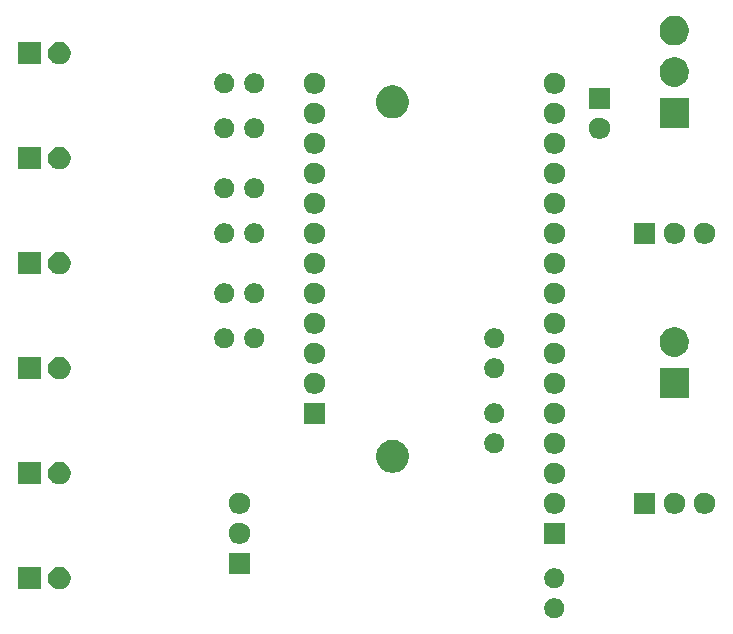
<source format=gbr>
G04 #@! TF.GenerationSoftware,KiCad,Pcbnew,5.1.5-52549c5~84~ubuntu18.04.1*
G04 #@! TF.CreationDate,2020-03-01T13:56:00-05:00*
G04 #@! TF.ProjectId,knuth-gateway,6b6e7574-682d-4676-9174-657761792e6b,rev?*
G04 #@! TF.SameCoordinates,Original*
G04 #@! TF.FileFunction,Soldermask,Top*
G04 #@! TF.FilePolarity,Negative*
%FSLAX46Y46*%
G04 Gerber Fmt 4.6, Leading zero omitted, Abs format (unit mm)*
G04 Created by KiCad (PCBNEW 5.1.5-52549c5~84~ubuntu18.04.1) date 2020-03-01 13:56:00*
%MOMM*%
%LPD*%
G04 APERTURE LIST*
%ADD10C,0.100000*%
G04 APERTURE END LIST*
D10*
G36*
X49778228Y-56331703D02*
G01*
X49933100Y-56395853D01*
X50072481Y-56488985D01*
X50191015Y-56607519D01*
X50284147Y-56746900D01*
X50348297Y-56901772D01*
X50381000Y-57066184D01*
X50381000Y-57233816D01*
X50348297Y-57398228D01*
X50284147Y-57553100D01*
X50191015Y-57692481D01*
X50072481Y-57811015D01*
X49933100Y-57904147D01*
X49778228Y-57968297D01*
X49613816Y-58001000D01*
X49446184Y-58001000D01*
X49281772Y-57968297D01*
X49126900Y-57904147D01*
X48987519Y-57811015D01*
X48868985Y-57692481D01*
X48775853Y-57553100D01*
X48711703Y-57398228D01*
X48679000Y-57233816D01*
X48679000Y-57066184D01*
X48711703Y-56901772D01*
X48775853Y-56746900D01*
X48868985Y-56607519D01*
X48987519Y-56488985D01*
X49126900Y-56395853D01*
X49281772Y-56331703D01*
X49446184Y-56299000D01*
X49613816Y-56299000D01*
X49778228Y-56331703D01*
G37*
G36*
X7897395Y-53695546D02*
G01*
X8070466Y-53767234D01*
X8070467Y-53767235D01*
X8226227Y-53871310D01*
X8358690Y-54003773D01*
X8401284Y-54067520D01*
X8462766Y-54159534D01*
X8534454Y-54332605D01*
X8571000Y-54516333D01*
X8571000Y-54703667D01*
X8534454Y-54887395D01*
X8462766Y-55060466D01*
X8462765Y-55060467D01*
X8358690Y-55216227D01*
X8226227Y-55348690D01*
X8203092Y-55364148D01*
X8070466Y-55452766D01*
X7897395Y-55524454D01*
X7713667Y-55561000D01*
X7526333Y-55561000D01*
X7342605Y-55524454D01*
X7169534Y-55452766D01*
X7036908Y-55364148D01*
X7013773Y-55348690D01*
X6881310Y-55216227D01*
X6777235Y-55060467D01*
X6777234Y-55060466D01*
X6705546Y-54887395D01*
X6669000Y-54703667D01*
X6669000Y-54516333D01*
X6705546Y-54332605D01*
X6777234Y-54159534D01*
X6838716Y-54067520D01*
X6881310Y-54003773D01*
X7013773Y-53871310D01*
X7169533Y-53767235D01*
X7169534Y-53767234D01*
X7342605Y-53695546D01*
X7526333Y-53659000D01*
X7713667Y-53659000D01*
X7897395Y-53695546D01*
G37*
G36*
X6031000Y-55561000D02*
G01*
X4129000Y-55561000D01*
X4129000Y-53659000D01*
X6031000Y-53659000D01*
X6031000Y-55561000D01*
G37*
G36*
X49778228Y-53791703D02*
G01*
X49933100Y-53855853D01*
X50072481Y-53948985D01*
X50191015Y-54067519D01*
X50284147Y-54206900D01*
X50348297Y-54361772D01*
X50381000Y-54526184D01*
X50381000Y-54693816D01*
X50348297Y-54858228D01*
X50284147Y-55013100D01*
X50191015Y-55152481D01*
X50072481Y-55271015D01*
X49933100Y-55364147D01*
X49778228Y-55428297D01*
X49613816Y-55461000D01*
X49446184Y-55461000D01*
X49281772Y-55428297D01*
X49126900Y-55364147D01*
X48987519Y-55271015D01*
X48868985Y-55152481D01*
X48775853Y-55013100D01*
X48711703Y-54858228D01*
X48679000Y-54693816D01*
X48679000Y-54526184D01*
X48711703Y-54361772D01*
X48775853Y-54206900D01*
X48868985Y-54067519D01*
X48987519Y-53948985D01*
X49126900Y-53855853D01*
X49281772Y-53791703D01*
X49446184Y-53759000D01*
X49613816Y-53759000D01*
X49778228Y-53791703D01*
G37*
G36*
X23761000Y-54241000D02*
G01*
X21959000Y-54241000D01*
X21959000Y-52439000D01*
X23761000Y-52439000D01*
X23761000Y-54241000D01*
G37*
G36*
X50431000Y-51701000D02*
G01*
X48629000Y-51701000D01*
X48629000Y-49899000D01*
X50431000Y-49899000D01*
X50431000Y-51701000D01*
G37*
G36*
X22973512Y-49903927D02*
G01*
X23122812Y-49933624D01*
X23286784Y-50001544D01*
X23434354Y-50100147D01*
X23559853Y-50225646D01*
X23658456Y-50373216D01*
X23726376Y-50537188D01*
X23761000Y-50711259D01*
X23761000Y-50888741D01*
X23726376Y-51062812D01*
X23658456Y-51226784D01*
X23559853Y-51374354D01*
X23434354Y-51499853D01*
X23286784Y-51598456D01*
X23122812Y-51666376D01*
X22973512Y-51696073D01*
X22948742Y-51701000D01*
X22771258Y-51701000D01*
X22746488Y-51696073D01*
X22597188Y-51666376D01*
X22433216Y-51598456D01*
X22285646Y-51499853D01*
X22160147Y-51374354D01*
X22061544Y-51226784D01*
X21993624Y-51062812D01*
X21959000Y-50888741D01*
X21959000Y-50711259D01*
X21993624Y-50537188D01*
X22061544Y-50373216D01*
X22160147Y-50225646D01*
X22285646Y-50100147D01*
X22433216Y-50001544D01*
X22597188Y-49933624D01*
X22746488Y-49903927D01*
X22771258Y-49899000D01*
X22948742Y-49899000D01*
X22973512Y-49903927D01*
G37*
G36*
X59803512Y-47363927D02*
G01*
X59952812Y-47393624D01*
X60116784Y-47461544D01*
X60264354Y-47560147D01*
X60389853Y-47685646D01*
X60488456Y-47833216D01*
X60556376Y-47997188D01*
X60591000Y-48171259D01*
X60591000Y-48348741D01*
X60556376Y-48522812D01*
X60488456Y-48686784D01*
X60389853Y-48834354D01*
X60264354Y-48959853D01*
X60116784Y-49058456D01*
X59952812Y-49126376D01*
X59803512Y-49156073D01*
X59778742Y-49161000D01*
X59601258Y-49161000D01*
X59576488Y-49156073D01*
X59427188Y-49126376D01*
X59263216Y-49058456D01*
X59115646Y-48959853D01*
X58990147Y-48834354D01*
X58891544Y-48686784D01*
X58823624Y-48522812D01*
X58789000Y-48348741D01*
X58789000Y-48171259D01*
X58823624Y-47997188D01*
X58891544Y-47833216D01*
X58990147Y-47685646D01*
X59115646Y-47560147D01*
X59263216Y-47461544D01*
X59427188Y-47393624D01*
X59576488Y-47363927D01*
X59601258Y-47359000D01*
X59778742Y-47359000D01*
X59803512Y-47363927D01*
G37*
G36*
X62343512Y-47363927D02*
G01*
X62492812Y-47393624D01*
X62656784Y-47461544D01*
X62804354Y-47560147D01*
X62929853Y-47685646D01*
X63028456Y-47833216D01*
X63096376Y-47997188D01*
X63131000Y-48171259D01*
X63131000Y-48348741D01*
X63096376Y-48522812D01*
X63028456Y-48686784D01*
X62929853Y-48834354D01*
X62804354Y-48959853D01*
X62656784Y-49058456D01*
X62492812Y-49126376D01*
X62343512Y-49156073D01*
X62318742Y-49161000D01*
X62141258Y-49161000D01*
X62116488Y-49156073D01*
X61967188Y-49126376D01*
X61803216Y-49058456D01*
X61655646Y-48959853D01*
X61530147Y-48834354D01*
X61431544Y-48686784D01*
X61363624Y-48522812D01*
X61329000Y-48348741D01*
X61329000Y-48171259D01*
X61363624Y-47997188D01*
X61431544Y-47833216D01*
X61530147Y-47685646D01*
X61655646Y-47560147D01*
X61803216Y-47461544D01*
X61967188Y-47393624D01*
X62116488Y-47363927D01*
X62141258Y-47359000D01*
X62318742Y-47359000D01*
X62343512Y-47363927D01*
G37*
G36*
X49643512Y-47363927D02*
G01*
X49792812Y-47393624D01*
X49956784Y-47461544D01*
X50104354Y-47560147D01*
X50229853Y-47685646D01*
X50328456Y-47833216D01*
X50396376Y-47997188D01*
X50431000Y-48171259D01*
X50431000Y-48348741D01*
X50396376Y-48522812D01*
X50328456Y-48686784D01*
X50229853Y-48834354D01*
X50104354Y-48959853D01*
X49956784Y-49058456D01*
X49792812Y-49126376D01*
X49643512Y-49156073D01*
X49618742Y-49161000D01*
X49441258Y-49161000D01*
X49416488Y-49156073D01*
X49267188Y-49126376D01*
X49103216Y-49058456D01*
X48955646Y-48959853D01*
X48830147Y-48834354D01*
X48731544Y-48686784D01*
X48663624Y-48522812D01*
X48629000Y-48348741D01*
X48629000Y-48171259D01*
X48663624Y-47997188D01*
X48731544Y-47833216D01*
X48830147Y-47685646D01*
X48955646Y-47560147D01*
X49103216Y-47461544D01*
X49267188Y-47393624D01*
X49416488Y-47363927D01*
X49441258Y-47359000D01*
X49618742Y-47359000D01*
X49643512Y-47363927D01*
G37*
G36*
X22973512Y-47363927D02*
G01*
X23122812Y-47393624D01*
X23286784Y-47461544D01*
X23434354Y-47560147D01*
X23559853Y-47685646D01*
X23658456Y-47833216D01*
X23726376Y-47997188D01*
X23761000Y-48171259D01*
X23761000Y-48348741D01*
X23726376Y-48522812D01*
X23658456Y-48686784D01*
X23559853Y-48834354D01*
X23434354Y-48959853D01*
X23286784Y-49058456D01*
X23122812Y-49126376D01*
X22973512Y-49156073D01*
X22948742Y-49161000D01*
X22771258Y-49161000D01*
X22746488Y-49156073D01*
X22597188Y-49126376D01*
X22433216Y-49058456D01*
X22285646Y-48959853D01*
X22160147Y-48834354D01*
X22061544Y-48686784D01*
X21993624Y-48522812D01*
X21959000Y-48348741D01*
X21959000Y-48171259D01*
X21993624Y-47997188D01*
X22061544Y-47833216D01*
X22160147Y-47685646D01*
X22285646Y-47560147D01*
X22433216Y-47461544D01*
X22597188Y-47393624D01*
X22746488Y-47363927D01*
X22771258Y-47359000D01*
X22948742Y-47359000D01*
X22973512Y-47363927D01*
G37*
G36*
X58051000Y-49161000D02*
G01*
X56249000Y-49161000D01*
X56249000Y-47359000D01*
X58051000Y-47359000D01*
X58051000Y-49161000D01*
G37*
G36*
X6031000Y-46671000D02*
G01*
X4129000Y-46671000D01*
X4129000Y-44769000D01*
X6031000Y-44769000D01*
X6031000Y-46671000D01*
G37*
G36*
X7897395Y-44805546D02*
G01*
X8070466Y-44877234D01*
X8070467Y-44877235D01*
X8226227Y-44981310D01*
X8358690Y-45113773D01*
X8358691Y-45113775D01*
X8462766Y-45269534D01*
X8534454Y-45442605D01*
X8571000Y-45626333D01*
X8571000Y-45813667D01*
X8534454Y-45997395D01*
X8462766Y-46170466D01*
X8462765Y-46170467D01*
X8358690Y-46326227D01*
X8226227Y-46458690D01*
X8147818Y-46511081D01*
X8070466Y-46562766D01*
X7897395Y-46634454D01*
X7713667Y-46671000D01*
X7526333Y-46671000D01*
X7342605Y-46634454D01*
X7169534Y-46562766D01*
X7092182Y-46511081D01*
X7013773Y-46458690D01*
X6881310Y-46326227D01*
X6777235Y-46170467D01*
X6777234Y-46170466D01*
X6705546Y-45997395D01*
X6669000Y-45813667D01*
X6669000Y-45626333D01*
X6705546Y-45442605D01*
X6777234Y-45269534D01*
X6881309Y-45113775D01*
X6881310Y-45113773D01*
X7013773Y-44981310D01*
X7169533Y-44877235D01*
X7169534Y-44877234D01*
X7342605Y-44805546D01*
X7526333Y-44769000D01*
X7713667Y-44769000D01*
X7897395Y-44805546D01*
G37*
G36*
X49643512Y-44823927D02*
G01*
X49792812Y-44853624D01*
X49956784Y-44921544D01*
X50104354Y-45020147D01*
X50229853Y-45145646D01*
X50328456Y-45293216D01*
X50396376Y-45457188D01*
X50431000Y-45631259D01*
X50431000Y-45808741D01*
X50396376Y-45982812D01*
X50328456Y-46146784D01*
X50229853Y-46294354D01*
X50104354Y-46419853D01*
X49956784Y-46518456D01*
X49792812Y-46586376D01*
X49643512Y-46616073D01*
X49618742Y-46621000D01*
X49441258Y-46621000D01*
X49416488Y-46616073D01*
X49267188Y-46586376D01*
X49103216Y-46518456D01*
X48955646Y-46419853D01*
X48830147Y-46294354D01*
X48731544Y-46146784D01*
X48663624Y-45982812D01*
X48629000Y-45808741D01*
X48629000Y-45631259D01*
X48663624Y-45457188D01*
X48731544Y-45293216D01*
X48830147Y-45145646D01*
X48955646Y-45020147D01*
X49103216Y-44921544D01*
X49267188Y-44853624D01*
X49416488Y-44823927D01*
X49441258Y-44819000D01*
X49618742Y-44819000D01*
X49643512Y-44823927D01*
G37*
G36*
X36148433Y-42914893D02*
G01*
X36238657Y-42932839D01*
X36344267Y-42976585D01*
X36493621Y-43038449D01*
X36493622Y-43038450D01*
X36723086Y-43191772D01*
X36918228Y-43386914D01*
X37020675Y-43540237D01*
X37071551Y-43616379D01*
X37115499Y-43722480D01*
X37177161Y-43871343D01*
X37231000Y-44142014D01*
X37231000Y-44417986D01*
X37177161Y-44688657D01*
X37133415Y-44794267D01*
X37071551Y-44943621D01*
X37071550Y-44943622D01*
X36918228Y-45173086D01*
X36723086Y-45368228D01*
X36611772Y-45442605D01*
X36493621Y-45521551D01*
X36344267Y-45583415D01*
X36238657Y-45627161D01*
X36148433Y-45645107D01*
X35967988Y-45681000D01*
X35692012Y-45681000D01*
X35511567Y-45645107D01*
X35421343Y-45627161D01*
X35315733Y-45583415D01*
X35166379Y-45521551D01*
X35048228Y-45442605D01*
X34936914Y-45368228D01*
X34741772Y-45173086D01*
X34588450Y-44943622D01*
X34588449Y-44943621D01*
X34526585Y-44794267D01*
X34482839Y-44688657D01*
X34429000Y-44417986D01*
X34429000Y-44142014D01*
X34482839Y-43871343D01*
X34544501Y-43722480D01*
X34588449Y-43616379D01*
X34639325Y-43540237D01*
X34741772Y-43386914D01*
X34936914Y-43191772D01*
X35166378Y-43038450D01*
X35166379Y-43038449D01*
X35315733Y-42976585D01*
X35421343Y-42932839D01*
X35511567Y-42914893D01*
X35692012Y-42879000D01*
X35967988Y-42879000D01*
X36148433Y-42914893D01*
G37*
G36*
X49643512Y-42283927D02*
G01*
X49792812Y-42313624D01*
X49956784Y-42381544D01*
X50104354Y-42480147D01*
X50229853Y-42605646D01*
X50328456Y-42753216D01*
X50396376Y-42917188D01*
X50431000Y-43091259D01*
X50431000Y-43268741D01*
X50396376Y-43442812D01*
X50328456Y-43606784D01*
X50229853Y-43754354D01*
X50104354Y-43879853D01*
X49956784Y-43978456D01*
X49792812Y-44046376D01*
X49643512Y-44076073D01*
X49618742Y-44081000D01*
X49441258Y-44081000D01*
X49416488Y-44076073D01*
X49267188Y-44046376D01*
X49103216Y-43978456D01*
X48955646Y-43879853D01*
X48830147Y-43754354D01*
X48731544Y-43606784D01*
X48663624Y-43442812D01*
X48629000Y-43268741D01*
X48629000Y-43091259D01*
X48663624Y-42917188D01*
X48731544Y-42753216D01*
X48830147Y-42605646D01*
X48955646Y-42480147D01*
X49103216Y-42381544D01*
X49267188Y-42313624D01*
X49416488Y-42283927D01*
X49441258Y-42279000D01*
X49618742Y-42279000D01*
X49643512Y-42283927D01*
G37*
G36*
X44698228Y-42361703D02*
G01*
X44853100Y-42425853D01*
X44992481Y-42518985D01*
X45111015Y-42637519D01*
X45204147Y-42776900D01*
X45268297Y-42931772D01*
X45301000Y-43096184D01*
X45301000Y-43263816D01*
X45268297Y-43428228D01*
X45204147Y-43583100D01*
X45111015Y-43722481D01*
X44992481Y-43841015D01*
X44853100Y-43934147D01*
X44698228Y-43998297D01*
X44533816Y-44031000D01*
X44366184Y-44031000D01*
X44201772Y-43998297D01*
X44046900Y-43934147D01*
X43907519Y-43841015D01*
X43788985Y-43722481D01*
X43695853Y-43583100D01*
X43631703Y-43428228D01*
X43599000Y-43263816D01*
X43599000Y-43096184D01*
X43631703Y-42931772D01*
X43695853Y-42776900D01*
X43788985Y-42637519D01*
X43907519Y-42518985D01*
X44046900Y-42425853D01*
X44201772Y-42361703D01*
X44366184Y-42329000D01*
X44533816Y-42329000D01*
X44698228Y-42361703D01*
G37*
G36*
X49643512Y-39743927D02*
G01*
X49792812Y-39773624D01*
X49956784Y-39841544D01*
X50104354Y-39940147D01*
X50229853Y-40065646D01*
X50328456Y-40213216D01*
X50396376Y-40377188D01*
X50431000Y-40551259D01*
X50431000Y-40728741D01*
X50396376Y-40902812D01*
X50328456Y-41066784D01*
X50229853Y-41214354D01*
X50104354Y-41339853D01*
X49956784Y-41438456D01*
X49792812Y-41506376D01*
X49643512Y-41536073D01*
X49618742Y-41541000D01*
X49441258Y-41541000D01*
X49416488Y-41536073D01*
X49267188Y-41506376D01*
X49103216Y-41438456D01*
X48955646Y-41339853D01*
X48830147Y-41214354D01*
X48731544Y-41066784D01*
X48663624Y-40902812D01*
X48629000Y-40728741D01*
X48629000Y-40551259D01*
X48663624Y-40377188D01*
X48731544Y-40213216D01*
X48830147Y-40065646D01*
X48955646Y-39940147D01*
X49103216Y-39841544D01*
X49267188Y-39773624D01*
X49416488Y-39743927D01*
X49441258Y-39739000D01*
X49618742Y-39739000D01*
X49643512Y-39743927D01*
G37*
G36*
X30111000Y-41541000D02*
G01*
X28309000Y-41541000D01*
X28309000Y-39739000D01*
X30111000Y-39739000D01*
X30111000Y-41541000D01*
G37*
G36*
X44698228Y-39821703D02*
G01*
X44853100Y-39885853D01*
X44992481Y-39978985D01*
X45111015Y-40097519D01*
X45204147Y-40236900D01*
X45268297Y-40391772D01*
X45301000Y-40556184D01*
X45301000Y-40723816D01*
X45268297Y-40888228D01*
X45204147Y-41043100D01*
X45111015Y-41182481D01*
X44992481Y-41301015D01*
X44853100Y-41394147D01*
X44698228Y-41458297D01*
X44533816Y-41491000D01*
X44366184Y-41491000D01*
X44201772Y-41458297D01*
X44046900Y-41394147D01*
X43907519Y-41301015D01*
X43788985Y-41182481D01*
X43695853Y-41043100D01*
X43631703Y-40888228D01*
X43599000Y-40723816D01*
X43599000Y-40556184D01*
X43631703Y-40391772D01*
X43695853Y-40236900D01*
X43788985Y-40097519D01*
X43907519Y-39978985D01*
X44046900Y-39885853D01*
X44201772Y-39821703D01*
X44366184Y-39789000D01*
X44533816Y-39789000D01*
X44698228Y-39821703D01*
G37*
G36*
X60941000Y-39351000D02*
G01*
X58439000Y-39351000D01*
X58439000Y-36849000D01*
X60941000Y-36849000D01*
X60941000Y-39351000D01*
G37*
G36*
X49643512Y-37203927D02*
G01*
X49792812Y-37233624D01*
X49956784Y-37301544D01*
X50104354Y-37400147D01*
X50229853Y-37525646D01*
X50328456Y-37673216D01*
X50396376Y-37837188D01*
X50431000Y-38011259D01*
X50431000Y-38188741D01*
X50396376Y-38362812D01*
X50328456Y-38526784D01*
X50229853Y-38674354D01*
X50104354Y-38799853D01*
X49956784Y-38898456D01*
X49792812Y-38966376D01*
X49643512Y-38996073D01*
X49618742Y-39001000D01*
X49441258Y-39001000D01*
X49416488Y-38996073D01*
X49267188Y-38966376D01*
X49103216Y-38898456D01*
X48955646Y-38799853D01*
X48830147Y-38674354D01*
X48731544Y-38526784D01*
X48663624Y-38362812D01*
X48629000Y-38188741D01*
X48629000Y-38011259D01*
X48663624Y-37837188D01*
X48731544Y-37673216D01*
X48830147Y-37525646D01*
X48955646Y-37400147D01*
X49103216Y-37301544D01*
X49267188Y-37233624D01*
X49416488Y-37203927D01*
X49441258Y-37199000D01*
X49618742Y-37199000D01*
X49643512Y-37203927D01*
G37*
G36*
X29323512Y-37203927D02*
G01*
X29472812Y-37233624D01*
X29636784Y-37301544D01*
X29784354Y-37400147D01*
X29909853Y-37525646D01*
X30008456Y-37673216D01*
X30076376Y-37837188D01*
X30111000Y-38011259D01*
X30111000Y-38188741D01*
X30076376Y-38362812D01*
X30008456Y-38526784D01*
X29909853Y-38674354D01*
X29784354Y-38799853D01*
X29636784Y-38898456D01*
X29472812Y-38966376D01*
X29323512Y-38996073D01*
X29298742Y-39001000D01*
X29121258Y-39001000D01*
X29096488Y-38996073D01*
X28947188Y-38966376D01*
X28783216Y-38898456D01*
X28635646Y-38799853D01*
X28510147Y-38674354D01*
X28411544Y-38526784D01*
X28343624Y-38362812D01*
X28309000Y-38188741D01*
X28309000Y-38011259D01*
X28343624Y-37837188D01*
X28411544Y-37673216D01*
X28510147Y-37525646D01*
X28635646Y-37400147D01*
X28783216Y-37301544D01*
X28947188Y-37233624D01*
X29096488Y-37203927D01*
X29121258Y-37199000D01*
X29298742Y-37199000D01*
X29323512Y-37203927D01*
G37*
G36*
X7897395Y-35915546D02*
G01*
X8070466Y-35987234D01*
X8070467Y-35987235D01*
X8226227Y-36091310D01*
X8358690Y-36223773D01*
X8401284Y-36287520D01*
X8462766Y-36379534D01*
X8534454Y-36552605D01*
X8571000Y-36736333D01*
X8571000Y-36923667D01*
X8534454Y-37107395D01*
X8462766Y-37280466D01*
X8462765Y-37280467D01*
X8358690Y-37436227D01*
X8226227Y-37568690D01*
X8203092Y-37584148D01*
X8070466Y-37672766D01*
X7897395Y-37744454D01*
X7713667Y-37781000D01*
X7526333Y-37781000D01*
X7342605Y-37744454D01*
X7169534Y-37672766D01*
X7036908Y-37584148D01*
X7013773Y-37568690D01*
X6881310Y-37436227D01*
X6777235Y-37280467D01*
X6777234Y-37280466D01*
X6705546Y-37107395D01*
X6669000Y-36923667D01*
X6669000Y-36736333D01*
X6705546Y-36552605D01*
X6777234Y-36379534D01*
X6838716Y-36287520D01*
X6881310Y-36223773D01*
X7013773Y-36091310D01*
X7169533Y-35987235D01*
X7169534Y-35987234D01*
X7342605Y-35915546D01*
X7526333Y-35879000D01*
X7713667Y-35879000D01*
X7897395Y-35915546D01*
G37*
G36*
X6031000Y-37781000D02*
G01*
X4129000Y-37781000D01*
X4129000Y-35879000D01*
X6031000Y-35879000D01*
X6031000Y-37781000D01*
G37*
G36*
X44698228Y-36011703D02*
G01*
X44853100Y-36075853D01*
X44992481Y-36168985D01*
X45111015Y-36287519D01*
X45204147Y-36426900D01*
X45268297Y-36581772D01*
X45301000Y-36746184D01*
X45301000Y-36913816D01*
X45268297Y-37078228D01*
X45204147Y-37233100D01*
X45111015Y-37372481D01*
X44992481Y-37491015D01*
X44853100Y-37584147D01*
X44698228Y-37648297D01*
X44533816Y-37681000D01*
X44366184Y-37681000D01*
X44201772Y-37648297D01*
X44046900Y-37584147D01*
X43907519Y-37491015D01*
X43788985Y-37372481D01*
X43695853Y-37233100D01*
X43631703Y-37078228D01*
X43599000Y-36913816D01*
X43599000Y-36746184D01*
X43631703Y-36581772D01*
X43695853Y-36426900D01*
X43788985Y-36287519D01*
X43907519Y-36168985D01*
X44046900Y-36075853D01*
X44201772Y-36011703D01*
X44366184Y-35979000D01*
X44533816Y-35979000D01*
X44698228Y-36011703D01*
G37*
G36*
X29323512Y-34663927D02*
G01*
X29472812Y-34693624D01*
X29636784Y-34761544D01*
X29784354Y-34860147D01*
X29909853Y-34985646D01*
X30008456Y-35133216D01*
X30076376Y-35297188D01*
X30111000Y-35471259D01*
X30111000Y-35648741D01*
X30076376Y-35822812D01*
X30008456Y-35986784D01*
X29909853Y-36134354D01*
X29784354Y-36259853D01*
X29636784Y-36358456D01*
X29472812Y-36426376D01*
X29323512Y-36456073D01*
X29298742Y-36461000D01*
X29121258Y-36461000D01*
X29096488Y-36456073D01*
X28947188Y-36426376D01*
X28783216Y-36358456D01*
X28635646Y-36259853D01*
X28510147Y-36134354D01*
X28411544Y-35986784D01*
X28343624Y-35822812D01*
X28309000Y-35648741D01*
X28309000Y-35471259D01*
X28343624Y-35297188D01*
X28411544Y-35133216D01*
X28510147Y-34985646D01*
X28635646Y-34860147D01*
X28783216Y-34761544D01*
X28947188Y-34693624D01*
X29096488Y-34663927D01*
X29121258Y-34659000D01*
X29298742Y-34659000D01*
X29323512Y-34663927D01*
G37*
G36*
X49643512Y-34663927D02*
G01*
X49792812Y-34693624D01*
X49956784Y-34761544D01*
X50104354Y-34860147D01*
X50229853Y-34985646D01*
X50328456Y-35133216D01*
X50396376Y-35297188D01*
X50431000Y-35471259D01*
X50431000Y-35648741D01*
X50396376Y-35822812D01*
X50328456Y-35986784D01*
X50229853Y-36134354D01*
X50104354Y-36259853D01*
X49956784Y-36358456D01*
X49792812Y-36426376D01*
X49643512Y-36456073D01*
X49618742Y-36461000D01*
X49441258Y-36461000D01*
X49416488Y-36456073D01*
X49267188Y-36426376D01*
X49103216Y-36358456D01*
X48955646Y-36259853D01*
X48830147Y-36134354D01*
X48731544Y-35986784D01*
X48663624Y-35822812D01*
X48629000Y-35648741D01*
X48629000Y-35471259D01*
X48663624Y-35297188D01*
X48731544Y-35133216D01*
X48830147Y-34985646D01*
X48955646Y-34860147D01*
X49103216Y-34761544D01*
X49267188Y-34693624D01*
X49416488Y-34663927D01*
X49441258Y-34659000D01*
X49618742Y-34659000D01*
X49643512Y-34663927D01*
G37*
G36*
X60054903Y-33397075D02*
G01*
X60235072Y-33471703D01*
X60282571Y-33491378D01*
X60487466Y-33628285D01*
X60661715Y-33802534D01*
X60798622Y-34007429D01*
X60798623Y-34007431D01*
X60892925Y-34235097D01*
X60941000Y-34476786D01*
X60941000Y-34723214D01*
X60892925Y-34964903D01*
X60819984Y-35141000D01*
X60798622Y-35192571D01*
X60661715Y-35397466D01*
X60487466Y-35571715D01*
X60282571Y-35708622D01*
X60282570Y-35708623D01*
X60282569Y-35708623D01*
X60054903Y-35802925D01*
X59813214Y-35851000D01*
X59566786Y-35851000D01*
X59325097Y-35802925D01*
X59097431Y-35708623D01*
X59097430Y-35708623D01*
X59097429Y-35708622D01*
X58892534Y-35571715D01*
X58718285Y-35397466D01*
X58581378Y-35192571D01*
X58560017Y-35141000D01*
X58487075Y-34964903D01*
X58439000Y-34723214D01*
X58439000Y-34476786D01*
X58487075Y-34235097D01*
X58581377Y-34007431D01*
X58581378Y-34007429D01*
X58718285Y-33802534D01*
X58892534Y-33628285D01*
X59097429Y-33491378D01*
X59144929Y-33471703D01*
X59325097Y-33397075D01*
X59566786Y-33349000D01*
X59813214Y-33349000D01*
X60054903Y-33397075D01*
G37*
G36*
X44698228Y-33471703D02*
G01*
X44853100Y-33535853D01*
X44992481Y-33628985D01*
X45111015Y-33747519D01*
X45204147Y-33886900D01*
X45268297Y-34041772D01*
X45301000Y-34206184D01*
X45301000Y-34373816D01*
X45268297Y-34538228D01*
X45204147Y-34693100D01*
X45111015Y-34832481D01*
X44992481Y-34951015D01*
X44853100Y-35044147D01*
X44698228Y-35108297D01*
X44533816Y-35141000D01*
X44366184Y-35141000D01*
X44201772Y-35108297D01*
X44046900Y-35044147D01*
X43907519Y-34951015D01*
X43788985Y-34832481D01*
X43695853Y-34693100D01*
X43631703Y-34538228D01*
X43599000Y-34373816D01*
X43599000Y-34206184D01*
X43631703Y-34041772D01*
X43695853Y-33886900D01*
X43788985Y-33747519D01*
X43907519Y-33628985D01*
X44046900Y-33535853D01*
X44201772Y-33471703D01*
X44366184Y-33439000D01*
X44533816Y-33439000D01*
X44698228Y-33471703D01*
G37*
G36*
X21838228Y-33471703D02*
G01*
X21993100Y-33535853D01*
X22132481Y-33628985D01*
X22251015Y-33747519D01*
X22344147Y-33886900D01*
X22408297Y-34041772D01*
X22441000Y-34206184D01*
X22441000Y-34373816D01*
X22408297Y-34538228D01*
X22344147Y-34693100D01*
X22251015Y-34832481D01*
X22132481Y-34951015D01*
X21993100Y-35044147D01*
X21838228Y-35108297D01*
X21673816Y-35141000D01*
X21506184Y-35141000D01*
X21341772Y-35108297D01*
X21186900Y-35044147D01*
X21047519Y-34951015D01*
X20928985Y-34832481D01*
X20835853Y-34693100D01*
X20771703Y-34538228D01*
X20739000Y-34373816D01*
X20739000Y-34206184D01*
X20771703Y-34041772D01*
X20835853Y-33886900D01*
X20928985Y-33747519D01*
X21047519Y-33628985D01*
X21186900Y-33535853D01*
X21341772Y-33471703D01*
X21506184Y-33439000D01*
X21673816Y-33439000D01*
X21838228Y-33471703D01*
G37*
G36*
X24378228Y-33471703D02*
G01*
X24533100Y-33535853D01*
X24672481Y-33628985D01*
X24791015Y-33747519D01*
X24884147Y-33886900D01*
X24948297Y-34041772D01*
X24981000Y-34206184D01*
X24981000Y-34373816D01*
X24948297Y-34538228D01*
X24884147Y-34693100D01*
X24791015Y-34832481D01*
X24672481Y-34951015D01*
X24533100Y-35044147D01*
X24378228Y-35108297D01*
X24213816Y-35141000D01*
X24046184Y-35141000D01*
X23881772Y-35108297D01*
X23726900Y-35044147D01*
X23587519Y-34951015D01*
X23468985Y-34832481D01*
X23375853Y-34693100D01*
X23311703Y-34538228D01*
X23279000Y-34373816D01*
X23279000Y-34206184D01*
X23311703Y-34041772D01*
X23375853Y-33886900D01*
X23468985Y-33747519D01*
X23587519Y-33628985D01*
X23726900Y-33535853D01*
X23881772Y-33471703D01*
X24046184Y-33439000D01*
X24213816Y-33439000D01*
X24378228Y-33471703D01*
G37*
G36*
X49643512Y-32123927D02*
G01*
X49792812Y-32153624D01*
X49956784Y-32221544D01*
X50104354Y-32320147D01*
X50229853Y-32445646D01*
X50328456Y-32593216D01*
X50396376Y-32757188D01*
X50431000Y-32931259D01*
X50431000Y-33108741D01*
X50396376Y-33282812D01*
X50328456Y-33446784D01*
X50229853Y-33594354D01*
X50104354Y-33719853D01*
X49956784Y-33818456D01*
X49792812Y-33886376D01*
X49643512Y-33916073D01*
X49618742Y-33921000D01*
X49441258Y-33921000D01*
X49416488Y-33916073D01*
X49267188Y-33886376D01*
X49103216Y-33818456D01*
X48955646Y-33719853D01*
X48830147Y-33594354D01*
X48731544Y-33446784D01*
X48663624Y-33282812D01*
X48629000Y-33108741D01*
X48629000Y-32931259D01*
X48663624Y-32757188D01*
X48731544Y-32593216D01*
X48830147Y-32445646D01*
X48955646Y-32320147D01*
X49103216Y-32221544D01*
X49267188Y-32153624D01*
X49416488Y-32123927D01*
X49441258Y-32119000D01*
X49618742Y-32119000D01*
X49643512Y-32123927D01*
G37*
G36*
X29323512Y-32123927D02*
G01*
X29472812Y-32153624D01*
X29636784Y-32221544D01*
X29784354Y-32320147D01*
X29909853Y-32445646D01*
X30008456Y-32593216D01*
X30076376Y-32757188D01*
X30111000Y-32931259D01*
X30111000Y-33108741D01*
X30076376Y-33282812D01*
X30008456Y-33446784D01*
X29909853Y-33594354D01*
X29784354Y-33719853D01*
X29636784Y-33818456D01*
X29472812Y-33886376D01*
X29323512Y-33916073D01*
X29298742Y-33921000D01*
X29121258Y-33921000D01*
X29096488Y-33916073D01*
X28947188Y-33886376D01*
X28783216Y-33818456D01*
X28635646Y-33719853D01*
X28510147Y-33594354D01*
X28411544Y-33446784D01*
X28343624Y-33282812D01*
X28309000Y-33108741D01*
X28309000Y-32931259D01*
X28343624Y-32757188D01*
X28411544Y-32593216D01*
X28510147Y-32445646D01*
X28635646Y-32320147D01*
X28783216Y-32221544D01*
X28947188Y-32153624D01*
X29096488Y-32123927D01*
X29121258Y-32119000D01*
X29298742Y-32119000D01*
X29323512Y-32123927D01*
G37*
G36*
X49643512Y-29583927D02*
G01*
X49792812Y-29613624D01*
X49956784Y-29681544D01*
X50104354Y-29780147D01*
X50229853Y-29905646D01*
X50328456Y-30053216D01*
X50396376Y-30217188D01*
X50431000Y-30391259D01*
X50431000Y-30568741D01*
X50396376Y-30742812D01*
X50328456Y-30906784D01*
X50229853Y-31054354D01*
X50104354Y-31179853D01*
X49956784Y-31278456D01*
X49792812Y-31346376D01*
X49643512Y-31376073D01*
X49618742Y-31381000D01*
X49441258Y-31381000D01*
X49416488Y-31376073D01*
X49267188Y-31346376D01*
X49103216Y-31278456D01*
X48955646Y-31179853D01*
X48830147Y-31054354D01*
X48731544Y-30906784D01*
X48663624Y-30742812D01*
X48629000Y-30568741D01*
X48629000Y-30391259D01*
X48663624Y-30217188D01*
X48731544Y-30053216D01*
X48830147Y-29905646D01*
X48955646Y-29780147D01*
X49103216Y-29681544D01*
X49267188Y-29613624D01*
X49416488Y-29583927D01*
X49441258Y-29579000D01*
X49618742Y-29579000D01*
X49643512Y-29583927D01*
G37*
G36*
X29323512Y-29583927D02*
G01*
X29472812Y-29613624D01*
X29636784Y-29681544D01*
X29784354Y-29780147D01*
X29909853Y-29905646D01*
X30008456Y-30053216D01*
X30076376Y-30217188D01*
X30111000Y-30391259D01*
X30111000Y-30568741D01*
X30076376Y-30742812D01*
X30008456Y-30906784D01*
X29909853Y-31054354D01*
X29784354Y-31179853D01*
X29636784Y-31278456D01*
X29472812Y-31346376D01*
X29323512Y-31376073D01*
X29298742Y-31381000D01*
X29121258Y-31381000D01*
X29096488Y-31376073D01*
X28947188Y-31346376D01*
X28783216Y-31278456D01*
X28635646Y-31179853D01*
X28510147Y-31054354D01*
X28411544Y-30906784D01*
X28343624Y-30742812D01*
X28309000Y-30568741D01*
X28309000Y-30391259D01*
X28343624Y-30217188D01*
X28411544Y-30053216D01*
X28510147Y-29905646D01*
X28635646Y-29780147D01*
X28783216Y-29681544D01*
X28947188Y-29613624D01*
X29096488Y-29583927D01*
X29121258Y-29579000D01*
X29298742Y-29579000D01*
X29323512Y-29583927D01*
G37*
G36*
X24378228Y-29661703D02*
G01*
X24533100Y-29725853D01*
X24672481Y-29818985D01*
X24791015Y-29937519D01*
X24884147Y-30076900D01*
X24948297Y-30231772D01*
X24981000Y-30396184D01*
X24981000Y-30563816D01*
X24948297Y-30728228D01*
X24884147Y-30883100D01*
X24791015Y-31022481D01*
X24672481Y-31141015D01*
X24533100Y-31234147D01*
X24378228Y-31298297D01*
X24213816Y-31331000D01*
X24046184Y-31331000D01*
X23881772Y-31298297D01*
X23726900Y-31234147D01*
X23587519Y-31141015D01*
X23468985Y-31022481D01*
X23375853Y-30883100D01*
X23311703Y-30728228D01*
X23279000Y-30563816D01*
X23279000Y-30396184D01*
X23311703Y-30231772D01*
X23375853Y-30076900D01*
X23468985Y-29937519D01*
X23587519Y-29818985D01*
X23726900Y-29725853D01*
X23881772Y-29661703D01*
X24046184Y-29629000D01*
X24213816Y-29629000D01*
X24378228Y-29661703D01*
G37*
G36*
X21838228Y-29661703D02*
G01*
X21993100Y-29725853D01*
X22132481Y-29818985D01*
X22251015Y-29937519D01*
X22344147Y-30076900D01*
X22408297Y-30231772D01*
X22441000Y-30396184D01*
X22441000Y-30563816D01*
X22408297Y-30728228D01*
X22344147Y-30883100D01*
X22251015Y-31022481D01*
X22132481Y-31141015D01*
X21993100Y-31234147D01*
X21838228Y-31298297D01*
X21673816Y-31331000D01*
X21506184Y-31331000D01*
X21341772Y-31298297D01*
X21186900Y-31234147D01*
X21047519Y-31141015D01*
X20928985Y-31022481D01*
X20835853Y-30883100D01*
X20771703Y-30728228D01*
X20739000Y-30563816D01*
X20739000Y-30396184D01*
X20771703Y-30231772D01*
X20835853Y-30076900D01*
X20928985Y-29937519D01*
X21047519Y-29818985D01*
X21186900Y-29725853D01*
X21341772Y-29661703D01*
X21506184Y-29629000D01*
X21673816Y-29629000D01*
X21838228Y-29661703D01*
G37*
G36*
X7897395Y-27025546D02*
G01*
X8070466Y-27097234D01*
X8070467Y-27097235D01*
X8226227Y-27201310D01*
X8358690Y-27333773D01*
X8358691Y-27333775D01*
X8462766Y-27489534D01*
X8534454Y-27662605D01*
X8571000Y-27846333D01*
X8571000Y-28033667D01*
X8534454Y-28217395D01*
X8462766Y-28390466D01*
X8462765Y-28390467D01*
X8358690Y-28546227D01*
X8226227Y-28678690D01*
X8147818Y-28731081D01*
X8070466Y-28782766D01*
X7897395Y-28854454D01*
X7713667Y-28891000D01*
X7526333Y-28891000D01*
X7342605Y-28854454D01*
X7169534Y-28782766D01*
X7092182Y-28731081D01*
X7013773Y-28678690D01*
X6881310Y-28546227D01*
X6777235Y-28390467D01*
X6777234Y-28390466D01*
X6705546Y-28217395D01*
X6669000Y-28033667D01*
X6669000Y-27846333D01*
X6705546Y-27662605D01*
X6777234Y-27489534D01*
X6881309Y-27333775D01*
X6881310Y-27333773D01*
X7013773Y-27201310D01*
X7169533Y-27097235D01*
X7169534Y-27097234D01*
X7342605Y-27025546D01*
X7526333Y-26989000D01*
X7713667Y-26989000D01*
X7897395Y-27025546D01*
G37*
G36*
X6031000Y-28891000D02*
G01*
X4129000Y-28891000D01*
X4129000Y-26989000D01*
X6031000Y-26989000D01*
X6031000Y-28891000D01*
G37*
G36*
X29323512Y-27043927D02*
G01*
X29472812Y-27073624D01*
X29636784Y-27141544D01*
X29784354Y-27240147D01*
X29909853Y-27365646D01*
X30008456Y-27513216D01*
X30076376Y-27677188D01*
X30111000Y-27851259D01*
X30111000Y-28028741D01*
X30076376Y-28202812D01*
X30008456Y-28366784D01*
X29909853Y-28514354D01*
X29784354Y-28639853D01*
X29636784Y-28738456D01*
X29472812Y-28806376D01*
X29323512Y-28836073D01*
X29298742Y-28841000D01*
X29121258Y-28841000D01*
X29096488Y-28836073D01*
X28947188Y-28806376D01*
X28783216Y-28738456D01*
X28635646Y-28639853D01*
X28510147Y-28514354D01*
X28411544Y-28366784D01*
X28343624Y-28202812D01*
X28309000Y-28028741D01*
X28309000Y-27851259D01*
X28343624Y-27677188D01*
X28411544Y-27513216D01*
X28510147Y-27365646D01*
X28635646Y-27240147D01*
X28783216Y-27141544D01*
X28947188Y-27073624D01*
X29096488Y-27043927D01*
X29121258Y-27039000D01*
X29298742Y-27039000D01*
X29323512Y-27043927D01*
G37*
G36*
X49643512Y-27043927D02*
G01*
X49792812Y-27073624D01*
X49956784Y-27141544D01*
X50104354Y-27240147D01*
X50229853Y-27365646D01*
X50328456Y-27513216D01*
X50396376Y-27677188D01*
X50431000Y-27851259D01*
X50431000Y-28028741D01*
X50396376Y-28202812D01*
X50328456Y-28366784D01*
X50229853Y-28514354D01*
X50104354Y-28639853D01*
X49956784Y-28738456D01*
X49792812Y-28806376D01*
X49643512Y-28836073D01*
X49618742Y-28841000D01*
X49441258Y-28841000D01*
X49416488Y-28836073D01*
X49267188Y-28806376D01*
X49103216Y-28738456D01*
X48955646Y-28639853D01*
X48830147Y-28514354D01*
X48731544Y-28366784D01*
X48663624Y-28202812D01*
X48629000Y-28028741D01*
X48629000Y-27851259D01*
X48663624Y-27677188D01*
X48731544Y-27513216D01*
X48830147Y-27365646D01*
X48955646Y-27240147D01*
X49103216Y-27141544D01*
X49267188Y-27073624D01*
X49416488Y-27043927D01*
X49441258Y-27039000D01*
X49618742Y-27039000D01*
X49643512Y-27043927D01*
G37*
G36*
X49643512Y-24503927D02*
G01*
X49792812Y-24533624D01*
X49956784Y-24601544D01*
X50104354Y-24700147D01*
X50229853Y-24825646D01*
X50328456Y-24973216D01*
X50396376Y-25137188D01*
X50431000Y-25311259D01*
X50431000Y-25488741D01*
X50396376Y-25662812D01*
X50328456Y-25826784D01*
X50229853Y-25974354D01*
X50104354Y-26099853D01*
X49956784Y-26198456D01*
X49792812Y-26266376D01*
X49643512Y-26296073D01*
X49618742Y-26301000D01*
X49441258Y-26301000D01*
X49416488Y-26296073D01*
X49267188Y-26266376D01*
X49103216Y-26198456D01*
X48955646Y-26099853D01*
X48830147Y-25974354D01*
X48731544Y-25826784D01*
X48663624Y-25662812D01*
X48629000Y-25488741D01*
X48629000Y-25311259D01*
X48663624Y-25137188D01*
X48731544Y-24973216D01*
X48830147Y-24825646D01*
X48955646Y-24700147D01*
X49103216Y-24601544D01*
X49267188Y-24533624D01*
X49416488Y-24503927D01*
X49441258Y-24499000D01*
X49618742Y-24499000D01*
X49643512Y-24503927D01*
G37*
G36*
X58051000Y-26301000D02*
G01*
X56249000Y-26301000D01*
X56249000Y-24499000D01*
X58051000Y-24499000D01*
X58051000Y-26301000D01*
G37*
G36*
X59803512Y-24503927D02*
G01*
X59952812Y-24533624D01*
X60116784Y-24601544D01*
X60264354Y-24700147D01*
X60389853Y-24825646D01*
X60488456Y-24973216D01*
X60556376Y-25137188D01*
X60591000Y-25311259D01*
X60591000Y-25488741D01*
X60556376Y-25662812D01*
X60488456Y-25826784D01*
X60389853Y-25974354D01*
X60264354Y-26099853D01*
X60116784Y-26198456D01*
X59952812Y-26266376D01*
X59803512Y-26296073D01*
X59778742Y-26301000D01*
X59601258Y-26301000D01*
X59576488Y-26296073D01*
X59427188Y-26266376D01*
X59263216Y-26198456D01*
X59115646Y-26099853D01*
X58990147Y-25974354D01*
X58891544Y-25826784D01*
X58823624Y-25662812D01*
X58789000Y-25488741D01*
X58789000Y-25311259D01*
X58823624Y-25137188D01*
X58891544Y-24973216D01*
X58990147Y-24825646D01*
X59115646Y-24700147D01*
X59263216Y-24601544D01*
X59427188Y-24533624D01*
X59576488Y-24503927D01*
X59601258Y-24499000D01*
X59778742Y-24499000D01*
X59803512Y-24503927D01*
G37*
G36*
X29323512Y-24503927D02*
G01*
X29472812Y-24533624D01*
X29636784Y-24601544D01*
X29784354Y-24700147D01*
X29909853Y-24825646D01*
X30008456Y-24973216D01*
X30076376Y-25137188D01*
X30111000Y-25311259D01*
X30111000Y-25488741D01*
X30076376Y-25662812D01*
X30008456Y-25826784D01*
X29909853Y-25974354D01*
X29784354Y-26099853D01*
X29636784Y-26198456D01*
X29472812Y-26266376D01*
X29323512Y-26296073D01*
X29298742Y-26301000D01*
X29121258Y-26301000D01*
X29096488Y-26296073D01*
X28947188Y-26266376D01*
X28783216Y-26198456D01*
X28635646Y-26099853D01*
X28510147Y-25974354D01*
X28411544Y-25826784D01*
X28343624Y-25662812D01*
X28309000Y-25488741D01*
X28309000Y-25311259D01*
X28343624Y-25137188D01*
X28411544Y-24973216D01*
X28510147Y-24825646D01*
X28635646Y-24700147D01*
X28783216Y-24601544D01*
X28947188Y-24533624D01*
X29096488Y-24503927D01*
X29121258Y-24499000D01*
X29298742Y-24499000D01*
X29323512Y-24503927D01*
G37*
G36*
X62343512Y-24503927D02*
G01*
X62492812Y-24533624D01*
X62656784Y-24601544D01*
X62804354Y-24700147D01*
X62929853Y-24825646D01*
X63028456Y-24973216D01*
X63096376Y-25137188D01*
X63131000Y-25311259D01*
X63131000Y-25488741D01*
X63096376Y-25662812D01*
X63028456Y-25826784D01*
X62929853Y-25974354D01*
X62804354Y-26099853D01*
X62656784Y-26198456D01*
X62492812Y-26266376D01*
X62343512Y-26296073D01*
X62318742Y-26301000D01*
X62141258Y-26301000D01*
X62116488Y-26296073D01*
X61967188Y-26266376D01*
X61803216Y-26198456D01*
X61655646Y-26099853D01*
X61530147Y-25974354D01*
X61431544Y-25826784D01*
X61363624Y-25662812D01*
X61329000Y-25488741D01*
X61329000Y-25311259D01*
X61363624Y-25137188D01*
X61431544Y-24973216D01*
X61530147Y-24825646D01*
X61655646Y-24700147D01*
X61803216Y-24601544D01*
X61967188Y-24533624D01*
X62116488Y-24503927D01*
X62141258Y-24499000D01*
X62318742Y-24499000D01*
X62343512Y-24503927D01*
G37*
G36*
X21838228Y-24581703D02*
G01*
X21993100Y-24645853D01*
X22132481Y-24738985D01*
X22251015Y-24857519D01*
X22344147Y-24996900D01*
X22408297Y-25151772D01*
X22441000Y-25316184D01*
X22441000Y-25483816D01*
X22408297Y-25648228D01*
X22344147Y-25803100D01*
X22251015Y-25942481D01*
X22132481Y-26061015D01*
X21993100Y-26154147D01*
X21838228Y-26218297D01*
X21673816Y-26251000D01*
X21506184Y-26251000D01*
X21341772Y-26218297D01*
X21186900Y-26154147D01*
X21047519Y-26061015D01*
X20928985Y-25942481D01*
X20835853Y-25803100D01*
X20771703Y-25648228D01*
X20739000Y-25483816D01*
X20739000Y-25316184D01*
X20771703Y-25151772D01*
X20835853Y-24996900D01*
X20928985Y-24857519D01*
X21047519Y-24738985D01*
X21186900Y-24645853D01*
X21341772Y-24581703D01*
X21506184Y-24549000D01*
X21673816Y-24549000D01*
X21838228Y-24581703D01*
G37*
G36*
X24378228Y-24581703D02*
G01*
X24533100Y-24645853D01*
X24672481Y-24738985D01*
X24791015Y-24857519D01*
X24884147Y-24996900D01*
X24948297Y-25151772D01*
X24981000Y-25316184D01*
X24981000Y-25483816D01*
X24948297Y-25648228D01*
X24884147Y-25803100D01*
X24791015Y-25942481D01*
X24672481Y-26061015D01*
X24533100Y-26154147D01*
X24378228Y-26218297D01*
X24213816Y-26251000D01*
X24046184Y-26251000D01*
X23881772Y-26218297D01*
X23726900Y-26154147D01*
X23587519Y-26061015D01*
X23468985Y-25942481D01*
X23375853Y-25803100D01*
X23311703Y-25648228D01*
X23279000Y-25483816D01*
X23279000Y-25316184D01*
X23311703Y-25151772D01*
X23375853Y-24996900D01*
X23468985Y-24857519D01*
X23587519Y-24738985D01*
X23726900Y-24645853D01*
X23881772Y-24581703D01*
X24046184Y-24549000D01*
X24213816Y-24549000D01*
X24378228Y-24581703D01*
G37*
G36*
X49643512Y-21963927D02*
G01*
X49792812Y-21993624D01*
X49956784Y-22061544D01*
X50104354Y-22160147D01*
X50229853Y-22285646D01*
X50328456Y-22433216D01*
X50396376Y-22597188D01*
X50431000Y-22771259D01*
X50431000Y-22948741D01*
X50396376Y-23122812D01*
X50328456Y-23286784D01*
X50229853Y-23434354D01*
X50104354Y-23559853D01*
X49956784Y-23658456D01*
X49792812Y-23726376D01*
X49643512Y-23756073D01*
X49618742Y-23761000D01*
X49441258Y-23761000D01*
X49416488Y-23756073D01*
X49267188Y-23726376D01*
X49103216Y-23658456D01*
X48955646Y-23559853D01*
X48830147Y-23434354D01*
X48731544Y-23286784D01*
X48663624Y-23122812D01*
X48629000Y-22948741D01*
X48629000Y-22771259D01*
X48663624Y-22597188D01*
X48731544Y-22433216D01*
X48830147Y-22285646D01*
X48955646Y-22160147D01*
X49103216Y-22061544D01*
X49267188Y-21993624D01*
X49416488Y-21963927D01*
X49441258Y-21959000D01*
X49618742Y-21959000D01*
X49643512Y-21963927D01*
G37*
G36*
X29323512Y-21963927D02*
G01*
X29472812Y-21993624D01*
X29636784Y-22061544D01*
X29784354Y-22160147D01*
X29909853Y-22285646D01*
X30008456Y-22433216D01*
X30076376Y-22597188D01*
X30111000Y-22771259D01*
X30111000Y-22948741D01*
X30076376Y-23122812D01*
X30008456Y-23286784D01*
X29909853Y-23434354D01*
X29784354Y-23559853D01*
X29636784Y-23658456D01*
X29472812Y-23726376D01*
X29323512Y-23756073D01*
X29298742Y-23761000D01*
X29121258Y-23761000D01*
X29096488Y-23756073D01*
X28947188Y-23726376D01*
X28783216Y-23658456D01*
X28635646Y-23559853D01*
X28510147Y-23434354D01*
X28411544Y-23286784D01*
X28343624Y-23122812D01*
X28309000Y-22948741D01*
X28309000Y-22771259D01*
X28343624Y-22597188D01*
X28411544Y-22433216D01*
X28510147Y-22285646D01*
X28635646Y-22160147D01*
X28783216Y-22061544D01*
X28947188Y-21993624D01*
X29096488Y-21963927D01*
X29121258Y-21959000D01*
X29298742Y-21959000D01*
X29323512Y-21963927D01*
G37*
G36*
X24378228Y-20771703D02*
G01*
X24533100Y-20835853D01*
X24672481Y-20928985D01*
X24791015Y-21047519D01*
X24884147Y-21186900D01*
X24948297Y-21341772D01*
X24981000Y-21506184D01*
X24981000Y-21673816D01*
X24948297Y-21838228D01*
X24884147Y-21993100D01*
X24791015Y-22132481D01*
X24672481Y-22251015D01*
X24533100Y-22344147D01*
X24378228Y-22408297D01*
X24213816Y-22441000D01*
X24046184Y-22441000D01*
X23881772Y-22408297D01*
X23726900Y-22344147D01*
X23587519Y-22251015D01*
X23468985Y-22132481D01*
X23375853Y-21993100D01*
X23311703Y-21838228D01*
X23279000Y-21673816D01*
X23279000Y-21506184D01*
X23311703Y-21341772D01*
X23375853Y-21186900D01*
X23468985Y-21047519D01*
X23587519Y-20928985D01*
X23726900Y-20835853D01*
X23881772Y-20771703D01*
X24046184Y-20739000D01*
X24213816Y-20739000D01*
X24378228Y-20771703D01*
G37*
G36*
X21838228Y-20771703D02*
G01*
X21993100Y-20835853D01*
X22132481Y-20928985D01*
X22251015Y-21047519D01*
X22344147Y-21186900D01*
X22408297Y-21341772D01*
X22441000Y-21506184D01*
X22441000Y-21673816D01*
X22408297Y-21838228D01*
X22344147Y-21993100D01*
X22251015Y-22132481D01*
X22132481Y-22251015D01*
X21993100Y-22344147D01*
X21838228Y-22408297D01*
X21673816Y-22441000D01*
X21506184Y-22441000D01*
X21341772Y-22408297D01*
X21186900Y-22344147D01*
X21047519Y-22251015D01*
X20928985Y-22132481D01*
X20835853Y-21993100D01*
X20771703Y-21838228D01*
X20739000Y-21673816D01*
X20739000Y-21506184D01*
X20771703Y-21341772D01*
X20835853Y-21186900D01*
X20928985Y-21047519D01*
X21047519Y-20928985D01*
X21186900Y-20835853D01*
X21341772Y-20771703D01*
X21506184Y-20739000D01*
X21673816Y-20739000D01*
X21838228Y-20771703D01*
G37*
G36*
X29323512Y-19423927D02*
G01*
X29472812Y-19453624D01*
X29636784Y-19521544D01*
X29784354Y-19620147D01*
X29909853Y-19745646D01*
X30008456Y-19893216D01*
X30076376Y-20057188D01*
X30111000Y-20231259D01*
X30111000Y-20408741D01*
X30076376Y-20582812D01*
X30008456Y-20746784D01*
X29909853Y-20894354D01*
X29784354Y-21019853D01*
X29636784Y-21118456D01*
X29472812Y-21186376D01*
X29323512Y-21216073D01*
X29298742Y-21221000D01*
X29121258Y-21221000D01*
X29096488Y-21216073D01*
X28947188Y-21186376D01*
X28783216Y-21118456D01*
X28635646Y-21019853D01*
X28510147Y-20894354D01*
X28411544Y-20746784D01*
X28343624Y-20582812D01*
X28309000Y-20408741D01*
X28309000Y-20231259D01*
X28343624Y-20057188D01*
X28411544Y-19893216D01*
X28510147Y-19745646D01*
X28635646Y-19620147D01*
X28783216Y-19521544D01*
X28947188Y-19453624D01*
X29096488Y-19423927D01*
X29121258Y-19419000D01*
X29298742Y-19419000D01*
X29323512Y-19423927D01*
G37*
G36*
X49643512Y-19423927D02*
G01*
X49792812Y-19453624D01*
X49956784Y-19521544D01*
X50104354Y-19620147D01*
X50229853Y-19745646D01*
X50328456Y-19893216D01*
X50396376Y-20057188D01*
X50431000Y-20231259D01*
X50431000Y-20408741D01*
X50396376Y-20582812D01*
X50328456Y-20746784D01*
X50229853Y-20894354D01*
X50104354Y-21019853D01*
X49956784Y-21118456D01*
X49792812Y-21186376D01*
X49643512Y-21216073D01*
X49618742Y-21221000D01*
X49441258Y-21221000D01*
X49416488Y-21216073D01*
X49267188Y-21186376D01*
X49103216Y-21118456D01*
X48955646Y-21019853D01*
X48830147Y-20894354D01*
X48731544Y-20746784D01*
X48663624Y-20582812D01*
X48629000Y-20408741D01*
X48629000Y-20231259D01*
X48663624Y-20057188D01*
X48731544Y-19893216D01*
X48830147Y-19745646D01*
X48955646Y-19620147D01*
X49103216Y-19521544D01*
X49267188Y-19453624D01*
X49416488Y-19423927D01*
X49441258Y-19419000D01*
X49618742Y-19419000D01*
X49643512Y-19423927D01*
G37*
G36*
X6031000Y-20001000D02*
G01*
X4129000Y-20001000D01*
X4129000Y-18099000D01*
X6031000Y-18099000D01*
X6031000Y-20001000D01*
G37*
G36*
X7897395Y-18135546D02*
G01*
X8070466Y-18207234D01*
X8070467Y-18207235D01*
X8226227Y-18311310D01*
X8358690Y-18443773D01*
X8358691Y-18443775D01*
X8462766Y-18599534D01*
X8534454Y-18772605D01*
X8571000Y-18956333D01*
X8571000Y-19143667D01*
X8534454Y-19327395D01*
X8462766Y-19500466D01*
X8462765Y-19500467D01*
X8358690Y-19656227D01*
X8226227Y-19788690D01*
X8147818Y-19841081D01*
X8070466Y-19892766D01*
X7897395Y-19964454D01*
X7713667Y-20001000D01*
X7526333Y-20001000D01*
X7342605Y-19964454D01*
X7169534Y-19892766D01*
X7092182Y-19841081D01*
X7013773Y-19788690D01*
X6881310Y-19656227D01*
X6777235Y-19500467D01*
X6777234Y-19500466D01*
X6705546Y-19327395D01*
X6669000Y-19143667D01*
X6669000Y-18956333D01*
X6705546Y-18772605D01*
X6777234Y-18599534D01*
X6881309Y-18443775D01*
X6881310Y-18443773D01*
X7013773Y-18311310D01*
X7169533Y-18207235D01*
X7169534Y-18207234D01*
X7342605Y-18135546D01*
X7526333Y-18099000D01*
X7713667Y-18099000D01*
X7897395Y-18135546D01*
G37*
G36*
X29323512Y-16883927D02*
G01*
X29472812Y-16913624D01*
X29636784Y-16981544D01*
X29784354Y-17080147D01*
X29909853Y-17205646D01*
X30008456Y-17353216D01*
X30076376Y-17517188D01*
X30111000Y-17691259D01*
X30111000Y-17868741D01*
X30076376Y-18042812D01*
X30008456Y-18206784D01*
X29909853Y-18354354D01*
X29784354Y-18479853D01*
X29636784Y-18578456D01*
X29472812Y-18646376D01*
X29323512Y-18676073D01*
X29298742Y-18681000D01*
X29121258Y-18681000D01*
X29096488Y-18676073D01*
X28947188Y-18646376D01*
X28783216Y-18578456D01*
X28635646Y-18479853D01*
X28510147Y-18354354D01*
X28411544Y-18206784D01*
X28343624Y-18042812D01*
X28309000Y-17868741D01*
X28309000Y-17691259D01*
X28343624Y-17517188D01*
X28411544Y-17353216D01*
X28510147Y-17205646D01*
X28635646Y-17080147D01*
X28783216Y-16981544D01*
X28947188Y-16913624D01*
X29096488Y-16883927D01*
X29121258Y-16879000D01*
X29298742Y-16879000D01*
X29323512Y-16883927D01*
G37*
G36*
X49643512Y-16883927D02*
G01*
X49792812Y-16913624D01*
X49956784Y-16981544D01*
X50104354Y-17080147D01*
X50229853Y-17205646D01*
X50328456Y-17353216D01*
X50396376Y-17517188D01*
X50431000Y-17691259D01*
X50431000Y-17868741D01*
X50396376Y-18042812D01*
X50328456Y-18206784D01*
X50229853Y-18354354D01*
X50104354Y-18479853D01*
X49956784Y-18578456D01*
X49792812Y-18646376D01*
X49643512Y-18676073D01*
X49618742Y-18681000D01*
X49441258Y-18681000D01*
X49416488Y-18676073D01*
X49267188Y-18646376D01*
X49103216Y-18578456D01*
X48955646Y-18479853D01*
X48830147Y-18354354D01*
X48731544Y-18206784D01*
X48663624Y-18042812D01*
X48629000Y-17868741D01*
X48629000Y-17691259D01*
X48663624Y-17517188D01*
X48731544Y-17353216D01*
X48830147Y-17205646D01*
X48955646Y-17080147D01*
X49103216Y-16981544D01*
X49267188Y-16913624D01*
X49416488Y-16883927D01*
X49441258Y-16879000D01*
X49618742Y-16879000D01*
X49643512Y-16883927D01*
G37*
G36*
X53453512Y-15613927D02*
G01*
X53602812Y-15643624D01*
X53766784Y-15711544D01*
X53914354Y-15810147D01*
X54039853Y-15935646D01*
X54138456Y-16083216D01*
X54206376Y-16247188D01*
X54241000Y-16421259D01*
X54241000Y-16598741D01*
X54206376Y-16772812D01*
X54138456Y-16936784D01*
X54039853Y-17084354D01*
X53914354Y-17209853D01*
X53766784Y-17308456D01*
X53602812Y-17376376D01*
X53453512Y-17406073D01*
X53428742Y-17411000D01*
X53251258Y-17411000D01*
X53226488Y-17406073D01*
X53077188Y-17376376D01*
X52913216Y-17308456D01*
X52765646Y-17209853D01*
X52640147Y-17084354D01*
X52541544Y-16936784D01*
X52473624Y-16772812D01*
X52439000Y-16598741D01*
X52439000Y-16421259D01*
X52473624Y-16247188D01*
X52541544Y-16083216D01*
X52640147Y-15935646D01*
X52765646Y-15810147D01*
X52913216Y-15711544D01*
X53077188Y-15643624D01*
X53226488Y-15613927D01*
X53251258Y-15609000D01*
X53428742Y-15609000D01*
X53453512Y-15613927D01*
G37*
G36*
X24378228Y-15691703D02*
G01*
X24533100Y-15755853D01*
X24672481Y-15848985D01*
X24791015Y-15967519D01*
X24884147Y-16106900D01*
X24948297Y-16261772D01*
X24981000Y-16426184D01*
X24981000Y-16593816D01*
X24948297Y-16758228D01*
X24884147Y-16913100D01*
X24791015Y-17052481D01*
X24672481Y-17171015D01*
X24533100Y-17264147D01*
X24378228Y-17328297D01*
X24213816Y-17361000D01*
X24046184Y-17361000D01*
X23881772Y-17328297D01*
X23726900Y-17264147D01*
X23587519Y-17171015D01*
X23468985Y-17052481D01*
X23375853Y-16913100D01*
X23311703Y-16758228D01*
X23279000Y-16593816D01*
X23279000Y-16426184D01*
X23311703Y-16261772D01*
X23375853Y-16106900D01*
X23468985Y-15967519D01*
X23587519Y-15848985D01*
X23726900Y-15755853D01*
X23881772Y-15691703D01*
X24046184Y-15659000D01*
X24213816Y-15659000D01*
X24378228Y-15691703D01*
G37*
G36*
X21838228Y-15691703D02*
G01*
X21993100Y-15755853D01*
X22132481Y-15848985D01*
X22251015Y-15967519D01*
X22344147Y-16106900D01*
X22408297Y-16261772D01*
X22441000Y-16426184D01*
X22441000Y-16593816D01*
X22408297Y-16758228D01*
X22344147Y-16913100D01*
X22251015Y-17052481D01*
X22132481Y-17171015D01*
X21993100Y-17264147D01*
X21838228Y-17328297D01*
X21673816Y-17361000D01*
X21506184Y-17361000D01*
X21341772Y-17328297D01*
X21186900Y-17264147D01*
X21047519Y-17171015D01*
X20928985Y-17052481D01*
X20835853Y-16913100D01*
X20771703Y-16758228D01*
X20739000Y-16593816D01*
X20739000Y-16426184D01*
X20771703Y-16261772D01*
X20835853Y-16106900D01*
X20928985Y-15967519D01*
X21047519Y-15848985D01*
X21186900Y-15755853D01*
X21341772Y-15691703D01*
X21506184Y-15659000D01*
X21673816Y-15659000D01*
X21838228Y-15691703D01*
G37*
G36*
X60941000Y-16491000D02*
G01*
X58439000Y-16491000D01*
X58439000Y-13989000D01*
X60941000Y-13989000D01*
X60941000Y-16491000D01*
G37*
G36*
X49643512Y-14343927D02*
G01*
X49792812Y-14373624D01*
X49956784Y-14441544D01*
X50104354Y-14540147D01*
X50229853Y-14665646D01*
X50328456Y-14813216D01*
X50396376Y-14977188D01*
X50431000Y-15151259D01*
X50431000Y-15328741D01*
X50396376Y-15502812D01*
X50328456Y-15666784D01*
X50229853Y-15814354D01*
X50104354Y-15939853D01*
X49956784Y-16038456D01*
X49792812Y-16106376D01*
X49643512Y-16136073D01*
X49618742Y-16141000D01*
X49441258Y-16141000D01*
X49416488Y-16136073D01*
X49267188Y-16106376D01*
X49103216Y-16038456D01*
X48955646Y-15939853D01*
X48830147Y-15814354D01*
X48731544Y-15666784D01*
X48663624Y-15502812D01*
X48629000Y-15328741D01*
X48629000Y-15151259D01*
X48663624Y-14977188D01*
X48731544Y-14813216D01*
X48830147Y-14665646D01*
X48955646Y-14540147D01*
X49103216Y-14441544D01*
X49267188Y-14373624D01*
X49416488Y-14343927D01*
X49441258Y-14339000D01*
X49618742Y-14339000D01*
X49643512Y-14343927D01*
G37*
G36*
X29323512Y-14343927D02*
G01*
X29472812Y-14373624D01*
X29636784Y-14441544D01*
X29784354Y-14540147D01*
X29909853Y-14665646D01*
X30008456Y-14813216D01*
X30076376Y-14977188D01*
X30111000Y-15151259D01*
X30111000Y-15328741D01*
X30076376Y-15502812D01*
X30008456Y-15666784D01*
X29909853Y-15814354D01*
X29784354Y-15939853D01*
X29636784Y-16038456D01*
X29472812Y-16106376D01*
X29323512Y-16136073D01*
X29298742Y-16141000D01*
X29121258Y-16141000D01*
X29096488Y-16136073D01*
X28947188Y-16106376D01*
X28783216Y-16038456D01*
X28635646Y-15939853D01*
X28510147Y-15814354D01*
X28411544Y-15666784D01*
X28343624Y-15502812D01*
X28309000Y-15328741D01*
X28309000Y-15151259D01*
X28343624Y-14977188D01*
X28411544Y-14813216D01*
X28510147Y-14665646D01*
X28635646Y-14540147D01*
X28783216Y-14441544D01*
X28947188Y-14373624D01*
X29096488Y-14343927D01*
X29121258Y-14339000D01*
X29298742Y-14339000D01*
X29323512Y-14343927D01*
G37*
G36*
X36148433Y-12914893D02*
G01*
X36238657Y-12932839D01*
X36344267Y-12976585D01*
X36493621Y-13038449D01*
X36493622Y-13038450D01*
X36723086Y-13191772D01*
X36918228Y-13386914D01*
X37006013Y-13518295D01*
X37071551Y-13616379D01*
X37177161Y-13871344D01*
X37231000Y-14142012D01*
X37231000Y-14417988D01*
X37177161Y-14688656D01*
X37071551Y-14943621D01*
X37020675Y-15019763D01*
X36918228Y-15173086D01*
X36723086Y-15368228D01*
X36569763Y-15470675D01*
X36493621Y-15521551D01*
X36344267Y-15583415D01*
X36238657Y-15627161D01*
X36155891Y-15643624D01*
X35967988Y-15681000D01*
X35692012Y-15681000D01*
X35504109Y-15643624D01*
X35421343Y-15627161D01*
X35315733Y-15583415D01*
X35166379Y-15521551D01*
X35090237Y-15470675D01*
X34936914Y-15368228D01*
X34741772Y-15173086D01*
X34639325Y-15019763D01*
X34588449Y-14943621D01*
X34482839Y-14688656D01*
X34429000Y-14417988D01*
X34429000Y-14142012D01*
X34482839Y-13871344D01*
X34588449Y-13616379D01*
X34653987Y-13518295D01*
X34741772Y-13386914D01*
X34936914Y-13191772D01*
X35166378Y-13038450D01*
X35166379Y-13038449D01*
X35315733Y-12976585D01*
X35421343Y-12932839D01*
X35511567Y-12914893D01*
X35692012Y-12879000D01*
X35967988Y-12879000D01*
X36148433Y-12914893D01*
G37*
G36*
X54241000Y-14871000D02*
G01*
X52439000Y-14871000D01*
X52439000Y-13069000D01*
X54241000Y-13069000D01*
X54241000Y-14871000D01*
G37*
G36*
X49643512Y-11803927D02*
G01*
X49792812Y-11833624D01*
X49956784Y-11901544D01*
X50104354Y-12000147D01*
X50229853Y-12125646D01*
X50328456Y-12273216D01*
X50396376Y-12437188D01*
X50431000Y-12611259D01*
X50431000Y-12788741D01*
X50396376Y-12962812D01*
X50328456Y-13126784D01*
X50229853Y-13274354D01*
X50104354Y-13399853D01*
X49956784Y-13498456D01*
X49792812Y-13566376D01*
X49643512Y-13596073D01*
X49618742Y-13601000D01*
X49441258Y-13601000D01*
X49416488Y-13596073D01*
X49267188Y-13566376D01*
X49103216Y-13498456D01*
X48955646Y-13399853D01*
X48830147Y-13274354D01*
X48731544Y-13126784D01*
X48663624Y-12962812D01*
X48629000Y-12788741D01*
X48629000Y-12611259D01*
X48663624Y-12437188D01*
X48731544Y-12273216D01*
X48830147Y-12125646D01*
X48955646Y-12000147D01*
X49103216Y-11901544D01*
X49267188Y-11833624D01*
X49416488Y-11803927D01*
X49441258Y-11799000D01*
X49618742Y-11799000D01*
X49643512Y-11803927D01*
G37*
G36*
X29323512Y-11803927D02*
G01*
X29472812Y-11833624D01*
X29636784Y-11901544D01*
X29784354Y-12000147D01*
X29909853Y-12125646D01*
X30008456Y-12273216D01*
X30076376Y-12437188D01*
X30111000Y-12611259D01*
X30111000Y-12788741D01*
X30076376Y-12962812D01*
X30008456Y-13126784D01*
X29909853Y-13274354D01*
X29784354Y-13399853D01*
X29636784Y-13498456D01*
X29472812Y-13566376D01*
X29323512Y-13596073D01*
X29298742Y-13601000D01*
X29121258Y-13601000D01*
X29096488Y-13596073D01*
X28947188Y-13566376D01*
X28783216Y-13498456D01*
X28635646Y-13399853D01*
X28510147Y-13274354D01*
X28411544Y-13126784D01*
X28343624Y-12962812D01*
X28309000Y-12788741D01*
X28309000Y-12611259D01*
X28343624Y-12437188D01*
X28411544Y-12273216D01*
X28510147Y-12125646D01*
X28635646Y-12000147D01*
X28783216Y-11901544D01*
X28947188Y-11833624D01*
X29096488Y-11803927D01*
X29121258Y-11799000D01*
X29298742Y-11799000D01*
X29323512Y-11803927D01*
G37*
G36*
X24378228Y-11881703D02*
G01*
X24533100Y-11945853D01*
X24672481Y-12038985D01*
X24791015Y-12157519D01*
X24884147Y-12296900D01*
X24948297Y-12451772D01*
X24981000Y-12616184D01*
X24981000Y-12783816D01*
X24948297Y-12948228D01*
X24884147Y-13103100D01*
X24791015Y-13242481D01*
X24672481Y-13361015D01*
X24533100Y-13454147D01*
X24378228Y-13518297D01*
X24213816Y-13551000D01*
X24046184Y-13551000D01*
X23881772Y-13518297D01*
X23726900Y-13454147D01*
X23587519Y-13361015D01*
X23468985Y-13242481D01*
X23375853Y-13103100D01*
X23311703Y-12948228D01*
X23279000Y-12783816D01*
X23279000Y-12616184D01*
X23311703Y-12451772D01*
X23375853Y-12296900D01*
X23468985Y-12157519D01*
X23587519Y-12038985D01*
X23726900Y-11945853D01*
X23881772Y-11881703D01*
X24046184Y-11849000D01*
X24213816Y-11849000D01*
X24378228Y-11881703D01*
G37*
G36*
X21838228Y-11881703D02*
G01*
X21993100Y-11945853D01*
X22132481Y-12038985D01*
X22251015Y-12157519D01*
X22344147Y-12296900D01*
X22408297Y-12451772D01*
X22441000Y-12616184D01*
X22441000Y-12783816D01*
X22408297Y-12948228D01*
X22344147Y-13103100D01*
X22251015Y-13242481D01*
X22132481Y-13361015D01*
X21993100Y-13454147D01*
X21838228Y-13518297D01*
X21673816Y-13551000D01*
X21506184Y-13551000D01*
X21341772Y-13518297D01*
X21186900Y-13454147D01*
X21047519Y-13361015D01*
X20928985Y-13242481D01*
X20835853Y-13103100D01*
X20771703Y-12948228D01*
X20739000Y-12783816D01*
X20739000Y-12616184D01*
X20771703Y-12451772D01*
X20835853Y-12296900D01*
X20928985Y-12157519D01*
X21047519Y-12038985D01*
X21186900Y-11945853D01*
X21341772Y-11881703D01*
X21506184Y-11849000D01*
X21673816Y-11849000D01*
X21838228Y-11881703D01*
G37*
G36*
X60054903Y-10537075D02*
G01*
X60232088Y-10610467D01*
X60282571Y-10631378D01*
X60487466Y-10768285D01*
X60661715Y-10942534D01*
X60798622Y-11147429D01*
X60798623Y-11147431D01*
X60892925Y-11375097D01*
X60941000Y-11616786D01*
X60941000Y-11863214D01*
X60892925Y-12104903D01*
X60813398Y-12296900D01*
X60798622Y-12332571D01*
X60661715Y-12537466D01*
X60487466Y-12711715D01*
X60282571Y-12848622D01*
X60282570Y-12848623D01*
X60282569Y-12848623D01*
X60054903Y-12942925D01*
X59813214Y-12991000D01*
X59566786Y-12991000D01*
X59325097Y-12942925D01*
X59097431Y-12848623D01*
X59097430Y-12848623D01*
X59097429Y-12848622D01*
X58892534Y-12711715D01*
X58718285Y-12537466D01*
X58581378Y-12332571D01*
X58566603Y-12296900D01*
X58487075Y-12104903D01*
X58439000Y-11863214D01*
X58439000Y-11616786D01*
X58487075Y-11375097D01*
X58581377Y-11147431D01*
X58581378Y-11147429D01*
X58718285Y-10942534D01*
X58892534Y-10768285D01*
X59097429Y-10631378D01*
X59147913Y-10610467D01*
X59325097Y-10537075D01*
X59566786Y-10489000D01*
X59813214Y-10489000D01*
X60054903Y-10537075D01*
G37*
G36*
X6031000Y-11111000D02*
G01*
X4129000Y-11111000D01*
X4129000Y-9209000D01*
X6031000Y-9209000D01*
X6031000Y-11111000D01*
G37*
G36*
X7897395Y-9245546D02*
G01*
X8070466Y-9317234D01*
X8070467Y-9317235D01*
X8226227Y-9421310D01*
X8358690Y-9553773D01*
X8358691Y-9553775D01*
X8462766Y-9709534D01*
X8534454Y-9882605D01*
X8571000Y-10066333D01*
X8571000Y-10253667D01*
X8534454Y-10437395D01*
X8462766Y-10610466D01*
X8448793Y-10631378D01*
X8358690Y-10766227D01*
X8226227Y-10898690D01*
X8147818Y-10951081D01*
X8070466Y-11002766D01*
X7897395Y-11074454D01*
X7713667Y-11111000D01*
X7526333Y-11111000D01*
X7342605Y-11074454D01*
X7169534Y-11002766D01*
X7092182Y-10951081D01*
X7013773Y-10898690D01*
X6881310Y-10766227D01*
X6791207Y-10631378D01*
X6777234Y-10610466D01*
X6705546Y-10437395D01*
X6669000Y-10253667D01*
X6669000Y-10066333D01*
X6705546Y-9882605D01*
X6777234Y-9709534D01*
X6881309Y-9553775D01*
X6881310Y-9553773D01*
X7013773Y-9421310D01*
X7169533Y-9317235D01*
X7169534Y-9317234D01*
X7342605Y-9245546D01*
X7526333Y-9209000D01*
X7713667Y-9209000D01*
X7897395Y-9245546D01*
G37*
G36*
X60054903Y-7037075D02*
G01*
X60282571Y-7131378D01*
X60487466Y-7268285D01*
X60661715Y-7442534D01*
X60798622Y-7647429D01*
X60892925Y-7875097D01*
X60941000Y-8116787D01*
X60941000Y-8363213D01*
X60892925Y-8604903D01*
X60798622Y-8832571D01*
X60661715Y-9037466D01*
X60487466Y-9211715D01*
X60282571Y-9348622D01*
X60282570Y-9348623D01*
X60282569Y-9348623D01*
X60054903Y-9442925D01*
X59813214Y-9491000D01*
X59566786Y-9491000D01*
X59325097Y-9442925D01*
X59097431Y-9348623D01*
X59097430Y-9348623D01*
X59097429Y-9348622D01*
X58892534Y-9211715D01*
X58718285Y-9037466D01*
X58581378Y-8832571D01*
X58487075Y-8604903D01*
X58439000Y-8363213D01*
X58439000Y-8116787D01*
X58487075Y-7875097D01*
X58581378Y-7647429D01*
X58718285Y-7442534D01*
X58892534Y-7268285D01*
X59097429Y-7131378D01*
X59325097Y-7037075D01*
X59566786Y-6989000D01*
X59813214Y-6989000D01*
X60054903Y-7037075D01*
G37*
M02*

</source>
